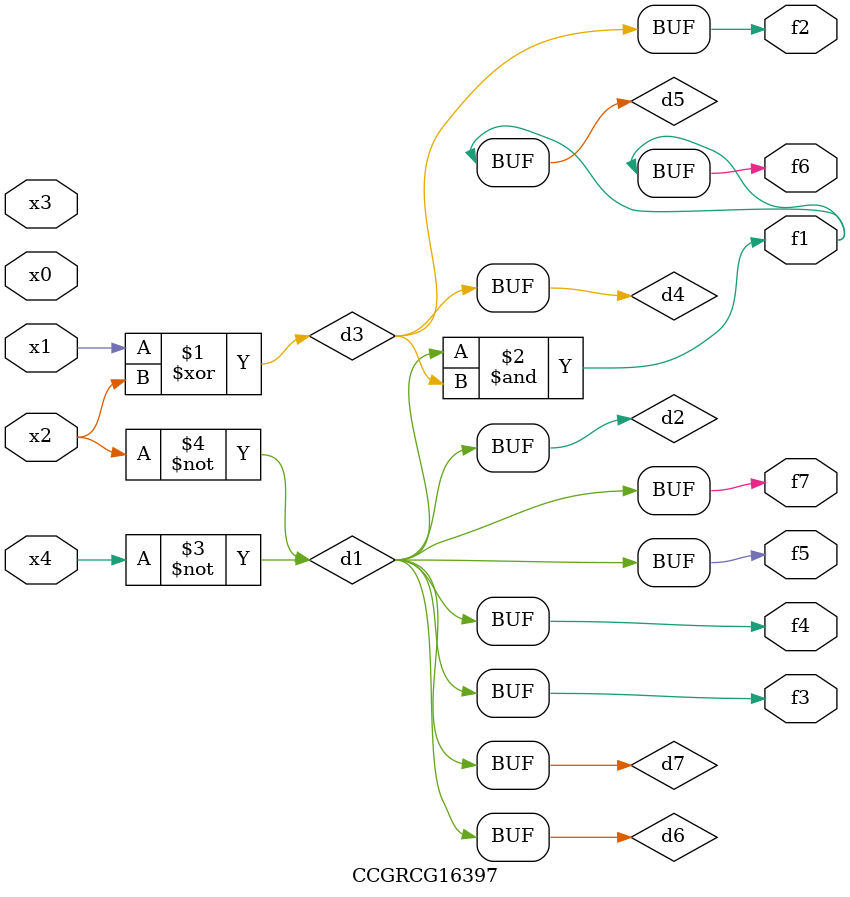
<source format=v>
module CCGRCG16397(
	input x0, x1, x2, x3, x4,
	output f1, f2, f3, f4, f5, f6, f7
);

	wire d1, d2, d3, d4, d5, d6, d7;

	not (d1, x4);
	not (d2, x2);
	xor (d3, x1, x2);
	buf (d4, d3);
	and (d5, d1, d3);
	buf (d6, d1, d2);
	buf (d7, d2);
	assign f1 = d5;
	assign f2 = d4;
	assign f3 = d7;
	assign f4 = d7;
	assign f5 = d7;
	assign f6 = d5;
	assign f7 = d7;
endmodule

</source>
